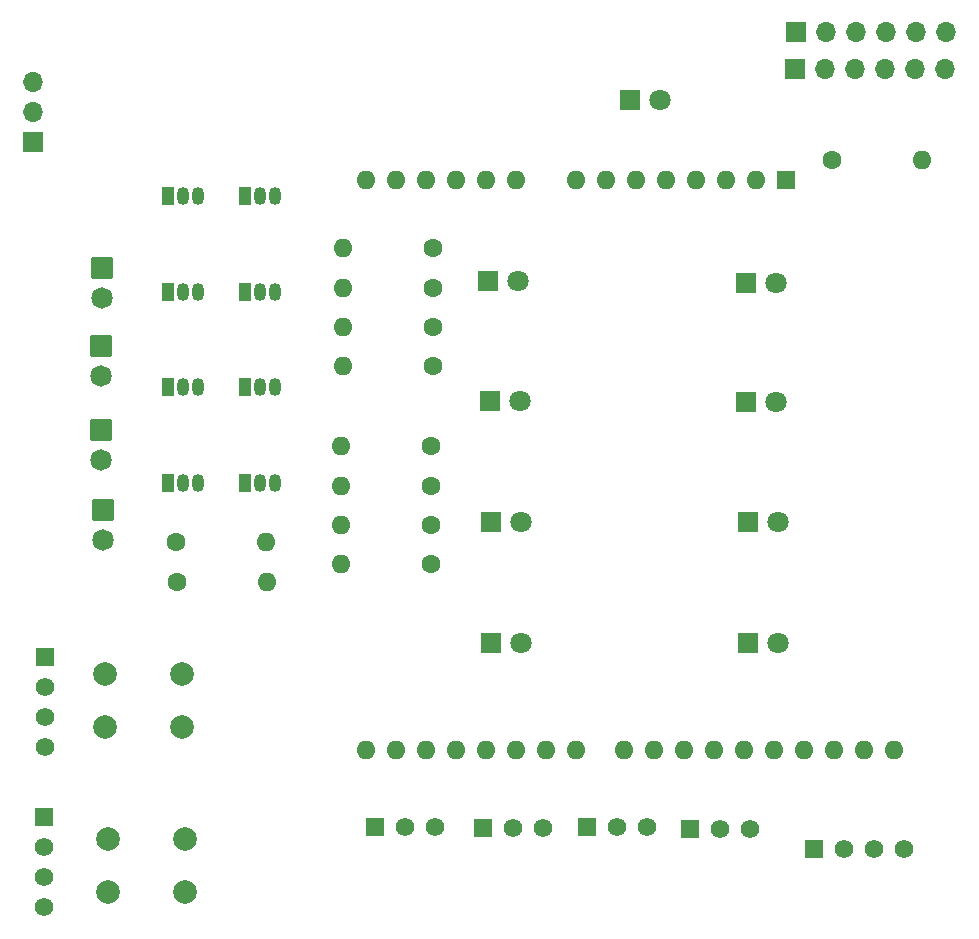
<source format=gbr>
%TF.GenerationSoftware,KiCad,Pcbnew,(7.0.0)*%
%TF.CreationDate,2024-10-28T17:49:39-04:00*%
%TF.ProjectId,Treadmill_V2,54726561-646d-4696-9c6c-5f56322e6b69,rev?*%
%TF.SameCoordinates,Original*%
%TF.FileFunction,Soldermask,Bot*%
%TF.FilePolarity,Negative*%
%FSLAX46Y46*%
G04 Gerber Fmt 4.6, Leading zero omitted, Abs format (unit mm)*
G04 Created by KiCad (PCBNEW (7.0.0)) date 2024-10-28 17:49:39*
%MOMM*%
%LPD*%
G01*
G04 APERTURE LIST*
G04 Aperture macros list*
%AMRoundRect*
0 Rectangle with rounded corners*
0 $1 Rounding radius*
0 $2 $3 $4 $5 $6 $7 $8 $9 X,Y pos of 4 corners*
0 Add a 4 corners polygon primitive as box body*
4,1,4,$2,$3,$4,$5,$6,$7,$8,$9,$2,$3,0*
0 Add four circle primitives for the rounded corners*
1,1,$1+$1,$2,$3*
1,1,$1+$1,$4,$5*
1,1,$1+$1,$6,$7*
1,1,$1+$1,$8,$9*
0 Add four rect primitives between the rounded corners*
20,1,$1+$1,$2,$3,$4,$5,0*
20,1,$1+$1,$4,$5,$6,$7,0*
20,1,$1+$1,$6,$7,$8,$9,0*
20,1,$1+$1,$8,$9,$2,$3,0*%
G04 Aperture macros list end*
%ADD10R,1.700000X1.700000*%
%ADD11O,1.700000X1.700000*%
%ADD12O,1.600000X1.600000*%
%ADD13C,1.600000*%
%ADD14C,1.800000*%
%ADD15R,1.800000X1.800000*%
%ADD16R,1.600000X1.600000*%
%ADD17RoundRect,0.102000X-0.810000X0.810000X-0.810000X-0.810000X0.810000X-0.810000X0.810000X0.810000X0*%
%ADD18C,1.824000*%
%ADD19C,1.574000*%
%ADD20RoundRect,0.102000X0.685000X-0.685000X0.685000X0.685000X-0.685000X0.685000X-0.685000X-0.685000X0*%
%ADD21R,1.050000X1.500000*%
%ADD22O,1.050000X1.500000*%
%ADD23RoundRect,0.102000X0.685000X0.685000X-0.685000X0.685000X-0.685000X-0.685000X0.685000X-0.685000X0*%
%ADD24C,2.000000*%
G04 APERTURE END LIST*
D10*
%TO.C,REF\u002A\u002A*%
X203324999Y-66812346D03*
D11*
X205864999Y-66812346D03*
X208404999Y-66812346D03*
X210944999Y-66812346D03*
X213484999Y-66812346D03*
X216024999Y-66812346D03*
%TD*%
D10*
%TO.C,REF\u002A\u002A*%
X203374999Y-63712346D03*
D11*
X205914999Y-63712346D03*
X208454999Y-63712346D03*
X210994999Y-63712346D03*
X213534999Y-63712346D03*
X216074999Y-63712346D03*
%TD*%
D12*
%TO.C,R11*%
X214059999Y-74587346D03*
D13*
X206440000Y-74587347D03*
%TD*%
D14*
%TO.C,D11*%
X191865000Y-69456982D03*
D15*
X189324999Y-69456981D03*
%TD*%
D16*
%TO.C,A1*%
X202484999Y-76252346D03*
D12*
X199944999Y-76252346D03*
X197404999Y-76252346D03*
X194864999Y-76252346D03*
X192324999Y-76252346D03*
X189784999Y-76252346D03*
X187244999Y-76252346D03*
X184704999Y-76252346D03*
X179624999Y-76252346D03*
X177084999Y-76252346D03*
X174544999Y-76252346D03*
X172004999Y-76252346D03*
X169464999Y-76252346D03*
X166924999Y-76252346D03*
X166924999Y-124512346D03*
X169464999Y-124512346D03*
X172004999Y-124512346D03*
X174544999Y-124512346D03*
X177084999Y-124512346D03*
X179624999Y-124512346D03*
X182164999Y-124512346D03*
X184704999Y-124512346D03*
X188764999Y-124512346D03*
X191304999Y-124512346D03*
X193844999Y-124512346D03*
X196384999Y-124512346D03*
X198924999Y-124512346D03*
X201464999Y-124512346D03*
X204004999Y-124512346D03*
X206544999Y-124512346D03*
X209084999Y-124512346D03*
X211624999Y-124512346D03*
%TD*%
D13*
%TO.C,R1*%
X150955000Y-110250000D03*
D12*
X158574999Y-110249999D03*
%TD*%
D17*
%TO.C,trig1*%
X144600000Y-83710000D03*
D18*
X144600000Y-86250000D03*
%TD*%
D13*
%TO.C,R2*%
X150915000Y-106888890D03*
D12*
X158534999Y-106888889D03*
%TD*%
D13*
%TO.C,R6*%
X172635000Y-92008334D03*
D12*
X165014999Y-92008333D03*
%TD*%
D13*
%TO.C,R8*%
X172485000Y-102122222D03*
D12*
X164864999Y-102122221D03*
%TD*%
D19*
%TO.C,SReward1*%
X139745000Y-124284847D03*
X139745000Y-121744847D03*
X139745000Y-119204847D03*
D20*
X139745000Y-116664847D03*
%TD*%
D15*
%TO.C,D8*%
X199134999Y-95024999D03*
D14*
X201675000Y-95025000D03*
%TD*%
D21*
%TO.C,Q8*%
X156729999Y-101899999D03*
D22*
X157999999Y-101899999D03*
X159269999Y-101899999D03*
%TD*%
D15*
%TO.C,D7*%
X199174999Y-84949999D03*
D14*
X201715000Y-84950000D03*
%TD*%
D21*
%TO.C,Q1*%
X150179999Y-77624999D03*
D22*
X151449999Y-77624999D03*
X152719999Y-77624999D03*
%TD*%
D17*
%TO.C,D1*%
X144725000Y-104185000D03*
D18*
X144725000Y-106725000D03*
%TD*%
D21*
%TO.C,Q7*%
X150179999Y-101899999D03*
D22*
X151449999Y-101899999D03*
X152719999Y-101899999D03*
%TD*%
D15*
%TO.C,D5*%
X177549999Y-105224999D03*
D14*
X180090000Y-105225000D03*
%TD*%
D21*
%TO.C,Q6*%
X156729999Y-93808331D03*
D22*
X157999999Y-93808331D03*
X159269999Y-93808331D03*
%TD*%
D13*
%TO.C,R4*%
X172635000Y-85363890D03*
D12*
X165014999Y-85363889D03*
%TD*%
D19*
%TO.C,A2*%
X172827500Y-131005000D03*
X170287500Y-131005000D03*
D23*
X167747500Y-131005000D03*
%TD*%
D13*
%TO.C,R10*%
X172485000Y-108766666D03*
D12*
X164864999Y-108766665D03*
%TD*%
D21*
%TO.C,Q4*%
X156729999Y-85716665D03*
D22*
X157999999Y-85716665D03*
X159269999Y-85716665D03*
%TD*%
D12*
%TO.C,R3*%
X165014999Y-82041667D03*
D13*
X172635000Y-82041668D03*
%TD*%
D15*
%TO.C,D6*%
X177549999Y-115449999D03*
D14*
X180090000Y-115450000D03*
%TD*%
D19*
%TO.C,SAirpuff1*%
X139725000Y-137832347D03*
X139725000Y-135292347D03*
X139725000Y-132752347D03*
D20*
X139725000Y-130212347D03*
%TD*%
D13*
%TO.C,R5*%
X172635000Y-88686112D03*
D12*
X165014999Y-88686111D03*
%TD*%
D19*
%TO.C,A5*%
X199500000Y-131210000D03*
X196960000Y-131210000D03*
D23*
X194420000Y-131210000D03*
%TD*%
%TO.C,A4*%
X185672500Y-131042347D03*
D19*
X188212500Y-131042347D03*
X190752500Y-131042347D03*
%TD*%
D15*
%TO.C,D10*%
X199309999Y-115474999D03*
D14*
X201850000Y-115475000D03*
%TD*%
D15*
%TO.C,D9*%
X199284999Y-105249999D03*
D14*
X201825000Y-105250000D03*
%TD*%
D23*
%TO.C,I2C_LCD1*%
X204920000Y-132875000D03*
D19*
X207460000Y-132875000D03*
X210000000Y-132875000D03*
X212540000Y-132875000D03*
%TD*%
D15*
%TO.C,D4*%
X177424999Y-94999999D03*
D14*
X179965000Y-95000000D03*
%TD*%
D21*
%TO.C,Q3*%
X150179999Y-85716665D03*
D22*
X151449999Y-85716665D03*
X152719999Y-85716665D03*
%TD*%
D19*
%TO.C,A3*%
X181975000Y-131110000D03*
X179435000Y-131110000D03*
D23*
X176895000Y-131110000D03*
%TD*%
D17*
%TO.C,trig2*%
X144535000Y-90342500D03*
D18*
X144535000Y-92882500D03*
%TD*%
D17*
%TO.C,D2*%
X144550000Y-97460000D03*
D18*
X144550000Y-100000000D03*
%TD*%
D13*
%TO.C,R7*%
X172485000Y-98800000D03*
D12*
X164864999Y-98799999D03*
%TD*%
D24*
%TO.C,SWAirpuff1*%
X151600000Y-136512347D03*
X145100000Y-136512347D03*
X151600000Y-132012347D03*
X145100000Y-132012347D03*
%TD*%
D10*
%TO.C,TLick1*%
X138799999Y-73052346D03*
D11*
X138799999Y-70512346D03*
X138799999Y-67972346D03*
%TD*%
D24*
%TO.C,SWReward1*%
X151350000Y-122562347D03*
X144850000Y-122562347D03*
X151350000Y-118062347D03*
X144850000Y-118062347D03*
%TD*%
D21*
%TO.C,Q5*%
X150179999Y-93808331D03*
D22*
X151449999Y-93808331D03*
X152719999Y-93808331D03*
%TD*%
D14*
%TO.C,D3*%
X179865000Y-84775000D03*
D15*
X177324999Y-84774999D03*
%TD*%
D21*
%TO.C,Q2*%
X156729999Y-77624999D03*
D22*
X157999999Y-77624999D03*
X159269999Y-77624999D03*
%TD*%
D13*
%TO.C,R9*%
X172485000Y-105444444D03*
D12*
X164864999Y-105444443D03*
%TD*%
M02*

</source>
